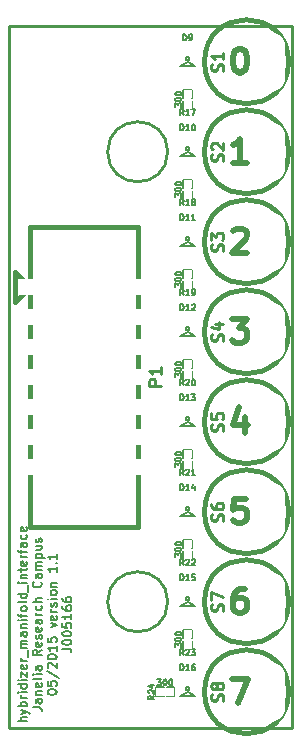
<source format=gto>
G04 #@! TF.FileFunction,Legend,Top*
%FSLAX46Y46*%
G04 Gerber Fmt 4.6, Leading zero omitted, Abs format (unit mm)*
G04 Created by KiCad (PCBNEW 0.201505120158+5650~23~ubuntu14.04.1-product) date Thu 14 May 2015 12:47:03 PM EDT*
%MOMM*%
G01*
G04 APERTURE LIST*
%ADD10C,0.100000*%
%ADD11C,0.228600*%
%ADD12C,0.190500*%
%ADD13C,0.508000*%
%ADD14C,0.381000*%
%ADD15C,0.127000*%
%ADD16C,0.254000*%
%ADD17C,2.438400*%
%ADD18R,4.895800X1.416000*%
%ADD19C,3.048000*%
%ADD20R,0.721360X0.721360*%
%ADD21R,1.295400X1.295400*%
G04 APERTURE END LIST*
D10*
D11*
X25400000Y-84836000D02*
X49364900Y-84836000D01*
X49364900Y-25400000D02*
X49364900Y-84836000D01*
X25400000Y-25400000D02*
X25400000Y-84836000D01*
X25400000Y-25400000D02*
X49364900Y-25400000D01*
D12*
X26951214Y-84273572D02*
X26189214Y-84273572D01*
X26951214Y-83947001D02*
X26552071Y-83947001D01*
X26479500Y-83983287D01*
X26443214Y-84055858D01*
X26443214Y-84164715D01*
X26479500Y-84237287D01*
X26515786Y-84273572D01*
X26443214Y-83656715D02*
X26951214Y-83475286D01*
X26443214Y-83293858D02*
X26951214Y-83475286D01*
X27132643Y-83547858D01*
X27168929Y-83584143D01*
X27205214Y-83656715D01*
X26951214Y-83003572D02*
X26189214Y-83003572D01*
X26479500Y-83003572D02*
X26443214Y-82931001D01*
X26443214Y-82785858D01*
X26479500Y-82713287D01*
X26515786Y-82677001D01*
X26588357Y-82640715D01*
X26806071Y-82640715D01*
X26878643Y-82677001D01*
X26914929Y-82713287D01*
X26951214Y-82785858D01*
X26951214Y-82931001D01*
X26914929Y-83003572D01*
X26951214Y-82314143D02*
X26443214Y-82314143D01*
X26588357Y-82314143D02*
X26515786Y-82277858D01*
X26479500Y-82241572D01*
X26443214Y-82169001D01*
X26443214Y-82096429D01*
X26951214Y-81842429D02*
X26443214Y-81842429D01*
X26189214Y-81842429D02*
X26225500Y-81878715D01*
X26261786Y-81842429D01*
X26225500Y-81806144D01*
X26189214Y-81842429D01*
X26261786Y-81842429D01*
X26951214Y-81153001D02*
X26189214Y-81153001D01*
X26914929Y-81153001D02*
X26951214Y-81225572D01*
X26951214Y-81370715D01*
X26914929Y-81443287D01*
X26878643Y-81479572D01*
X26806071Y-81515858D01*
X26588357Y-81515858D01*
X26515786Y-81479572D01*
X26479500Y-81443287D01*
X26443214Y-81370715D01*
X26443214Y-81225572D01*
X26479500Y-81153001D01*
X26951214Y-80790143D02*
X26443214Y-80790143D01*
X26189214Y-80790143D02*
X26225500Y-80826429D01*
X26261786Y-80790143D01*
X26225500Y-80753858D01*
X26189214Y-80790143D01*
X26261786Y-80790143D01*
X26443214Y-80499858D02*
X26443214Y-80100715D01*
X26951214Y-80499858D01*
X26951214Y-80100715D01*
X26914929Y-79520144D02*
X26951214Y-79592715D01*
X26951214Y-79737858D01*
X26914929Y-79810429D01*
X26842357Y-79846715D01*
X26552071Y-79846715D01*
X26479500Y-79810429D01*
X26443214Y-79737858D01*
X26443214Y-79592715D01*
X26479500Y-79520144D01*
X26552071Y-79483858D01*
X26624643Y-79483858D01*
X26697214Y-79846715D01*
X26951214Y-79157286D02*
X26443214Y-79157286D01*
X26588357Y-79157286D02*
X26515786Y-79121001D01*
X26479500Y-79084715D01*
X26443214Y-79012144D01*
X26443214Y-78939572D01*
X27023786Y-78867001D02*
X27023786Y-78286430D01*
X26951214Y-78105001D02*
X26443214Y-78105001D01*
X26515786Y-78105001D02*
X26479500Y-78068716D01*
X26443214Y-77996144D01*
X26443214Y-77887287D01*
X26479500Y-77814716D01*
X26552071Y-77778430D01*
X26951214Y-77778430D01*
X26552071Y-77778430D02*
X26479500Y-77742144D01*
X26443214Y-77669573D01*
X26443214Y-77560716D01*
X26479500Y-77488144D01*
X26552071Y-77451859D01*
X26951214Y-77451859D01*
X26951214Y-76762430D02*
X26552071Y-76762430D01*
X26479500Y-76798716D01*
X26443214Y-76871287D01*
X26443214Y-77016430D01*
X26479500Y-77089001D01*
X26914929Y-76762430D02*
X26951214Y-76835001D01*
X26951214Y-77016430D01*
X26914929Y-77089001D01*
X26842357Y-77125287D01*
X26769786Y-77125287D01*
X26697214Y-77089001D01*
X26660929Y-77016430D01*
X26660929Y-76835001D01*
X26624643Y-76762430D01*
X26443214Y-76399572D02*
X26951214Y-76399572D01*
X26515786Y-76399572D02*
X26479500Y-76363287D01*
X26443214Y-76290715D01*
X26443214Y-76181858D01*
X26479500Y-76109287D01*
X26552071Y-76073001D01*
X26951214Y-76073001D01*
X26951214Y-75710143D02*
X26443214Y-75710143D01*
X26189214Y-75710143D02*
X26225500Y-75746429D01*
X26261786Y-75710143D01*
X26225500Y-75673858D01*
X26189214Y-75710143D01*
X26261786Y-75710143D01*
X26443214Y-75456144D02*
X26443214Y-75165858D01*
X26951214Y-75347286D02*
X26298071Y-75347286D01*
X26225500Y-75311001D01*
X26189214Y-75238429D01*
X26189214Y-75165858D01*
X26951214Y-74803000D02*
X26914929Y-74875572D01*
X26878643Y-74911857D01*
X26806071Y-74948143D01*
X26588357Y-74948143D01*
X26515786Y-74911857D01*
X26479500Y-74875572D01*
X26443214Y-74803000D01*
X26443214Y-74694143D01*
X26479500Y-74621572D01*
X26515786Y-74585286D01*
X26588357Y-74549000D01*
X26806071Y-74549000D01*
X26878643Y-74585286D01*
X26914929Y-74621572D01*
X26951214Y-74694143D01*
X26951214Y-74803000D01*
X26951214Y-74113571D02*
X26914929Y-74186143D01*
X26842357Y-74222428D01*
X26189214Y-74222428D01*
X26951214Y-73496714D02*
X26189214Y-73496714D01*
X26914929Y-73496714D02*
X26951214Y-73569285D01*
X26951214Y-73714428D01*
X26914929Y-73787000D01*
X26878643Y-73823285D01*
X26806071Y-73859571D01*
X26588357Y-73859571D01*
X26515786Y-73823285D01*
X26479500Y-73787000D01*
X26443214Y-73714428D01*
X26443214Y-73569285D01*
X26479500Y-73496714D01*
X27023786Y-73315285D02*
X27023786Y-72734714D01*
X26951214Y-72553285D02*
X26443214Y-72553285D01*
X26189214Y-72553285D02*
X26225500Y-72589571D01*
X26261786Y-72553285D01*
X26225500Y-72517000D01*
X26189214Y-72553285D01*
X26261786Y-72553285D01*
X26443214Y-72190428D02*
X26951214Y-72190428D01*
X26515786Y-72190428D02*
X26479500Y-72154143D01*
X26443214Y-72081571D01*
X26443214Y-71972714D01*
X26479500Y-71900143D01*
X26552071Y-71863857D01*
X26951214Y-71863857D01*
X26443214Y-71609857D02*
X26443214Y-71319571D01*
X26189214Y-71500999D02*
X26842357Y-71500999D01*
X26914929Y-71464714D01*
X26951214Y-71392142D01*
X26951214Y-71319571D01*
X26914929Y-70775285D02*
X26951214Y-70847856D01*
X26951214Y-70992999D01*
X26914929Y-71065570D01*
X26842357Y-71101856D01*
X26552071Y-71101856D01*
X26479500Y-71065570D01*
X26443214Y-70992999D01*
X26443214Y-70847856D01*
X26479500Y-70775285D01*
X26552071Y-70738999D01*
X26624643Y-70738999D01*
X26697214Y-71101856D01*
X26951214Y-70412427D02*
X26443214Y-70412427D01*
X26588357Y-70412427D02*
X26515786Y-70376142D01*
X26479500Y-70339856D01*
X26443214Y-70267285D01*
X26443214Y-70194713D01*
X26443214Y-70049571D02*
X26443214Y-69759285D01*
X26951214Y-69940713D02*
X26298071Y-69940713D01*
X26225500Y-69904428D01*
X26189214Y-69831856D01*
X26189214Y-69759285D01*
X26951214Y-69178713D02*
X26552071Y-69178713D01*
X26479500Y-69214999D01*
X26443214Y-69287570D01*
X26443214Y-69432713D01*
X26479500Y-69505284D01*
X26914929Y-69178713D02*
X26951214Y-69251284D01*
X26951214Y-69432713D01*
X26914929Y-69505284D01*
X26842357Y-69541570D01*
X26769786Y-69541570D01*
X26697214Y-69505284D01*
X26660929Y-69432713D01*
X26660929Y-69251284D01*
X26624643Y-69178713D01*
X26914929Y-68489284D02*
X26951214Y-68561855D01*
X26951214Y-68706998D01*
X26914929Y-68779570D01*
X26878643Y-68815855D01*
X26806071Y-68852141D01*
X26588357Y-68852141D01*
X26515786Y-68815855D01*
X26479500Y-68779570D01*
X26443214Y-68706998D01*
X26443214Y-68561855D01*
X26479500Y-68489284D01*
X26914929Y-67872427D02*
X26951214Y-67944998D01*
X26951214Y-68090141D01*
X26914929Y-68162712D01*
X26842357Y-68198998D01*
X26552071Y-68198998D01*
X26479500Y-68162712D01*
X26443214Y-68090141D01*
X26443214Y-67944998D01*
X26479500Y-67872427D01*
X26552071Y-67836141D01*
X26624643Y-67836141D01*
X26697214Y-68198998D01*
X27446514Y-83112429D02*
X27990800Y-83112429D01*
X28099657Y-83148715D01*
X28172229Y-83221286D01*
X28208514Y-83330143D01*
X28208514Y-83402715D01*
X28208514Y-82423001D02*
X27809371Y-82423001D01*
X27736800Y-82459287D01*
X27700514Y-82531858D01*
X27700514Y-82677001D01*
X27736800Y-82749572D01*
X28172229Y-82423001D02*
X28208514Y-82495572D01*
X28208514Y-82677001D01*
X28172229Y-82749572D01*
X28099657Y-82785858D01*
X28027086Y-82785858D01*
X27954514Y-82749572D01*
X27918229Y-82677001D01*
X27918229Y-82495572D01*
X27881943Y-82423001D01*
X27700514Y-82060143D02*
X28208514Y-82060143D01*
X27773086Y-82060143D02*
X27736800Y-82023858D01*
X27700514Y-81951286D01*
X27700514Y-81842429D01*
X27736800Y-81769858D01*
X27809371Y-81733572D01*
X28208514Y-81733572D01*
X28172229Y-81080429D02*
X28208514Y-81153000D01*
X28208514Y-81298143D01*
X28172229Y-81370714D01*
X28099657Y-81407000D01*
X27809371Y-81407000D01*
X27736800Y-81370714D01*
X27700514Y-81298143D01*
X27700514Y-81153000D01*
X27736800Y-81080429D01*
X27809371Y-81044143D01*
X27881943Y-81044143D01*
X27954514Y-81407000D01*
X28208514Y-80608714D02*
X28172229Y-80681286D01*
X28099657Y-80717571D01*
X27446514Y-80717571D01*
X28208514Y-80318428D02*
X27700514Y-80318428D01*
X27446514Y-80318428D02*
X27482800Y-80354714D01*
X27519086Y-80318428D01*
X27482800Y-80282143D01*
X27446514Y-80318428D01*
X27519086Y-80318428D01*
X28208514Y-79629000D02*
X27809371Y-79629000D01*
X27736800Y-79665286D01*
X27700514Y-79737857D01*
X27700514Y-79883000D01*
X27736800Y-79955571D01*
X28172229Y-79629000D02*
X28208514Y-79701571D01*
X28208514Y-79883000D01*
X28172229Y-79955571D01*
X28099657Y-79991857D01*
X28027086Y-79991857D01*
X27954514Y-79955571D01*
X27918229Y-79883000D01*
X27918229Y-79701571D01*
X27881943Y-79629000D01*
X28208514Y-78250143D02*
X27845657Y-78504143D01*
X28208514Y-78685571D02*
X27446514Y-78685571D01*
X27446514Y-78395286D01*
X27482800Y-78322714D01*
X27519086Y-78286429D01*
X27591657Y-78250143D01*
X27700514Y-78250143D01*
X27773086Y-78286429D01*
X27809371Y-78322714D01*
X27845657Y-78395286D01*
X27845657Y-78685571D01*
X28172229Y-77633286D02*
X28208514Y-77705857D01*
X28208514Y-77851000D01*
X28172229Y-77923571D01*
X28099657Y-77959857D01*
X27809371Y-77959857D01*
X27736800Y-77923571D01*
X27700514Y-77851000D01*
X27700514Y-77705857D01*
X27736800Y-77633286D01*
X27809371Y-77597000D01*
X27881943Y-77597000D01*
X27954514Y-77959857D01*
X28172229Y-77306714D02*
X28208514Y-77234143D01*
X28208514Y-77089000D01*
X28172229Y-77016428D01*
X28099657Y-76980143D01*
X28063371Y-76980143D01*
X27990800Y-77016428D01*
X27954514Y-77089000D01*
X27954514Y-77197857D01*
X27918229Y-77270428D01*
X27845657Y-77306714D01*
X27809371Y-77306714D01*
X27736800Y-77270428D01*
X27700514Y-77197857D01*
X27700514Y-77089000D01*
X27736800Y-77016428D01*
X28172229Y-76363286D02*
X28208514Y-76435857D01*
X28208514Y-76581000D01*
X28172229Y-76653571D01*
X28099657Y-76689857D01*
X27809371Y-76689857D01*
X27736800Y-76653571D01*
X27700514Y-76581000D01*
X27700514Y-76435857D01*
X27736800Y-76363286D01*
X27809371Y-76327000D01*
X27881943Y-76327000D01*
X27954514Y-76689857D01*
X28208514Y-75673857D02*
X27809371Y-75673857D01*
X27736800Y-75710143D01*
X27700514Y-75782714D01*
X27700514Y-75927857D01*
X27736800Y-76000428D01*
X28172229Y-75673857D02*
X28208514Y-75746428D01*
X28208514Y-75927857D01*
X28172229Y-76000428D01*
X28099657Y-76036714D01*
X28027086Y-76036714D01*
X27954514Y-76000428D01*
X27918229Y-75927857D01*
X27918229Y-75746428D01*
X27881943Y-75673857D01*
X28208514Y-75310999D02*
X27700514Y-75310999D01*
X27845657Y-75310999D02*
X27773086Y-75274714D01*
X27736800Y-75238428D01*
X27700514Y-75165857D01*
X27700514Y-75093285D01*
X28172229Y-74512714D02*
X28208514Y-74585285D01*
X28208514Y-74730428D01*
X28172229Y-74803000D01*
X28135943Y-74839285D01*
X28063371Y-74875571D01*
X27845657Y-74875571D01*
X27773086Y-74839285D01*
X27736800Y-74803000D01*
X27700514Y-74730428D01*
X27700514Y-74585285D01*
X27736800Y-74512714D01*
X28208514Y-74186142D02*
X27446514Y-74186142D01*
X28208514Y-73859571D02*
X27809371Y-73859571D01*
X27736800Y-73895857D01*
X27700514Y-73968428D01*
X27700514Y-74077285D01*
X27736800Y-74149857D01*
X27773086Y-74186142D01*
X28135943Y-72480714D02*
X28172229Y-72517000D01*
X28208514Y-72625857D01*
X28208514Y-72698428D01*
X28172229Y-72807285D01*
X28099657Y-72879857D01*
X28027086Y-72916142D01*
X27881943Y-72952428D01*
X27773086Y-72952428D01*
X27627943Y-72916142D01*
X27555371Y-72879857D01*
X27482800Y-72807285D01*
X27446514Y-72698428D01*
X27446514Y-72625857D01*
X27482800Y-72517000D01*
X27519086Y-72480714D01*
X28208514Y-71827571D02*
X27809371Y-71827571D01*
X27736800Y-71863857D01*
X27700514Y-71936428D01*
X27700514Y-72081571D01*
X27736800Y-72154142D01*
X28172229Y-71827571D02*
X28208514Y-71900142D01*
X28208514Y-72081571D01*
X28172229Y-72154142D01*
X28099657Y-72190428D01*
X28027086Y-72190428D01*
X27954514Y-72154142D01*
X27918229Y-72081571D01*
X27918229Y-71900142D01*
X27881943Y-71827571D01*
X28208514Y-71464713D02*
X27700514Y-71464713D01*
X27773086Y-71464713D02*
X27736800Y-71428428D01*
X27700514Y-71355856D01*
X27700514Y-71246999D01*
X27736800Y-71174428D01*
X27809371Y-71138142D01*
X28208514Y-71138142D01*
X27809371Y-71138142D02*
X27736800Y-71101856D01*
X27700514Y-71029285D01*
X27700514Y-70920428D01*
X27736800Y-70847856D01*
X27809371Y-70811571D01*
X28208514Y-70811571D01*
X27700514Y-70448713D02*
X28462514Y-70448713D01*
X27736800Y-70448713D02*
X27700514Y-70376142D01*
X27700514Y-70230999D01*
X27736800Y-70158428D01*
X27773086Y-70122142D01*
X27845657Y-70085856D01*
X28063371Y-70085856D01*
X28135943Y-70122142D01*
X28172229Y-70158428D01*
X28208514Y-70230999D01*
X28208514Y-70376142D01*
X28172229Y-70448713D01*
X27700514Y-69432713D02*
X28208514Y-69432713D01*
X27700514Y-69759284D02*
X28099657Y-69759284D01*
X28172229Y-69722999D01*
X28208514Y-69650427D01*
X28208514Y-69541570D01*
X28172229Y-69468999D01*
X28135943Y-69432713D01*
X28172229Y-69106141D02*
X28208514Y-69033570D01*
X28208514Y-68888427D01*
X28172229Y-68815855D01*
X28099657Y-68779570D01*
X28063371Y-68779570D01*
X27990800Y-68815855D01*
X27954514Y-68888427D01*
X27954514Y-68997284D01*
X27918229Y-69069855D01*
X27845657Y-69106141D01*
X27809371Y-69106141D01*
X27736800Y-69069855D01*
X27700514Y-68997284D01*
X27700514Y-68888427D01*
X27736800Y-68815855D01*
X28703814Y-81842427D02*
X28703814Y-81769855D01*
X28740100Y-81697284D01*
X28776386Y-81660998D01*
X28848957Y-81624712D01*
X28994100Y-81588427D01*
X29175529Y-81588427D01*
X29320671Y-81624712D01*
X29393243Y-81660998D01*
X29429529Y-81697284D01*
X29465814Y-81769855D01*
X29465814Y-81842427D01*
X29429529Y-81914998D01*
X29393243Y-81951284D01*
X29320671Y-81987569D01*
X29175529Y-82023855D01*
X28994100Y-82023855D01*
X28848957Y-81987569D01*
X28776386Y-81951284D01*
X28740100Y-81914998D01*
X28703814Y-81842427D01*
X28703814Y-80898998D02*
X28703814Y-81261855D01*
X29066671Y-81298141D01*
X29030386Y-81261855D01*
X28994100Y-81189284D01*
X28994100Y-81007855D01*
X29030386Y-80935284D01*
X29066671Y-80898998D01*
X29139243Y-80862713D01*
X29320671Y-80862713D01*
X29393243Y-80898998D01*
X29429529Y-80935284D01*
X29465814Y-81007855D01*
X29465814Y-81189284D01*
X29429529Y-81261855D01*
X29393243Y-81298141D01*
X28667529Y-79991856D02*
X29647243Y-80644999D01*
X28776386Y-79774141D02*
X28740100Y-79737855D01*
X28703814Y-79665284D01*
X28703814Y-79483855D01*
X28740100Y-79411284D01*
X28776386Y-79374998D01*
X28848957Y-79338713D01*
X28921529Y-79338713D01*
X29030386Y-79374998D01*
X29465814Y-79810427D01*
X29465814Y-79338713D01*
X28703814Y-78866999D02*
X28703814Y-78794427D01*
X28740100Y-78721856D01*
X28776386Y-78685570D01*
X28848957Y-78649284D01*
X28994100Y-78612999D01*
X29175529Y-78612999D01*
X29320671Y-78649284D01*
X29393243Y-78685570D01*
X29429529Y-78721856D01*
X29465814Y-78794427D01*
X29465814Y-78866999D01*
X29429529Y-78939570D01*
X29393243Y-78975856D01*
X29320671Y-79012141D01*
X29175529Y-79048427D01*
X28994100Y-79048427D01*
X28848957Y-79012141D01*
X28776386Y-78975856D01*
X28740100Y-78939570D01*
X28703814Y-78866999D01*
X29465814Y-77887285D02*
X29465814Y-78322713D01*
X29465814Y-78104999D02*
X28703814Y-78104999D01*
X28812671Y-78177570D01*
X28885243Y-78250142D01*
X28921529Y-78322713D01*
X28703814Y-77197856D02*
X28703814Y-77560713D01*
X29066671Y-77596999D01*
X29030386Y-77560713D01*
X28994100Y-77488142D01*
X28994100Y-77306713D01*
X29030386Y-77234142D01*
X29066671Y-77197856D01*
X29139243Y-77161571D01*
X29320671Y-77161571D01*
X29393243Y-77197856D01*
X29429529Y-77234142D01*
X29465814Y-77306713D01*
X29465814Y-77488142D01*
X29429529Y-77560713D01*
X29393243Y-77596999D01*
X28957814Y-76327000D02*
X29465814Y-76145571D01*
X28957814Y-75964143D01*
X29429529Y-75383572D02*
X29465814Y-75456143D01*
X29465814Y-75601286D01*
X29429529Y-75673857D01*
X29356957Y-75710143D01*
X29066671Y-75710143D01*
X28994100Y-75673857D01*
X28957814Y-75601286D01*
X28957814Y-75456143D01*
X28994100Y-75383572D01*
X29066671Y-75347286D01*
X29139243Y-75347286D01*
X29211814Y-75710143D01*
X29465814Y-75020714D02*
X28957814Y-75020714D01*
X29102957Y-75020714D02*
X29030386Y-74984429D01*
X28994100Y-74948143D01*
X28957814Y-74875572D01*
X28957814Y-74803000D01*
X29429529Y-74585286D02*
X29465814Y-74512715D01*
X29465814Y-74367572D01*
X29429529Y-74295000D01*
X29356957Y-74258715D01*
X29320671Y-74258715D01*
X29248100Y-74295000D01*
X29211814Y-74367572D01*
X29211814Y-74476429D01*
X29175529Y-74549000D01*
X29102957Y-74585286D01*
X29066671Y-74585286D01*
X28994100Y-74549000D01*
X28957814Y-74476429D01*
X28957814Y-74367572D01*
X28994100Y-74295000D01*
X29465814Y-73932143D02*
X28957814Y-73932143D01*
X28703814Y-73932143D02*
X28740100Y-73968429D01*
X28776386Y-73932143D01*
X28740100Y-73895858D01*
X28703814Y-73932143D01*
X28776386Y-73932143D01*
X29465814Y-73460429D02*
X29429529Y-73533001D01*
X29393243Y-73569286D01*
X29320671Y-73605572D01*
X29102957Y-73605572D01*
X29030386Y-73569286D01*
X28994100Y-73533001D01*
X28957814Y-73460429D01*
X28957814Y-73351572D01*
X28994100Y-73279001D01*
X29030386Y-73242715D01*
X29102957Y-73206429D01*
X29320671Y-73206429D01*
X29393243Y-73242715D01*
X29429529Y-73279001D01*
X29465814Y-73351572D01*
X29465814Y-73460429D01*
X28957814Y-72879857D02*
X29465814Y-72879857D01*
X29030386Y-72879857D02*
X28994100Y-72843572D01*
X28957814Y-72771000D01*
X28957814Y-72662143D01*
X28994100Y-72589572D01*
X29066671Y-72553286D01*
X29465814Y-72553286D01*
X29465814Y-71210715D02*
X29465814Y-71646143D01*
X29465814Y-71428429D02*
X28703814Y-71428429D01*
X28812671Y-71501000D01*
X28885243Y-71573572D01*
X28921529Y-71646143D01*
X29393243Y-70884143D02*
X29429529Y-70847858D01*
X29465814Y-70884143D01*
X29429529Y-70920429D01*
X29393243Y-70884143D01*
X29465814Y-70884143D01*
X29465814Y-70122144D02*
X29465814Y-70557572D01*
X29465814Y-70339858D02*
X28703814Y-70339858D01*
X28812671Y-70412429D01*
X28885243Y-70485001D01*
X28921529Y-70557572D01*
X29961114Y-78141284D02*
X30505400Y-78141284D01*
X30614257Y-78177570D01*
X30686829Y-78250141D01*
X30723114Y-78358998D01*
X30723114Y-78431570D01*
X29961114Y-77633285D02*
X29961114Y-77560713D01*
X29997400Y-77488142D01*
X30033686Y-77451856D01*
X30106257Y-77415570D01*
X30251400Y-77379285D01*
X30432829Y-77379285D01*
X30577971Y-77415570D01*
X30650543Y-77451856D01*
X30686829Y-77488142D01*
X30723114Y-77560713D01*
X30723114Y-77633285D01*
X30686829Y-77705856D01*
X30650543Y-77742142D01*
X30577971Y-77778427D01*
X30432829Y-77814713D01*
X30251400Y-77814713D01*
X30106257Y-77778427D01*
X30033686Y-77742142D01*
X29997400Y-77705856D01*
X29961114Y-77633285D01*
X29961114Y-76907571D02*
X29961114Y-76834999D01*
X29997400Y-76762428D01*
X30033686Y-76726142D01*
X30106257Y-76689856D01*
X30251400Y-76653571D01*
X30432829Y-76653571D01*
X30577971Y-76689856D01*
X30650543Y-76726142D01*
X30686829Y-76762428D01*
X30723114Y-76834999D01*
X30723114Y-76907571D01*
X30686829Y-76980142D01*
X30650543Y-77016428D01*
X30577971Y-77052713D01*
X30432829Y-77088999D01*
X30251400Y-77088999D01*
X30106257Y-77052713D01*
X30033686Y-77016428D01*
X29997400Y-76980142D01*
X29961114Y-76907571D01*
X29961114Y-75964142D02*
X29961114Y-76326999D01*
X30323971Y-76363285D01*
X30287686Y-76326999D01*
X30251400Y-76254428D01*
X30251400Y-76072999D01*
X30287686Y-76000428D01*
X30323971Y-75964142D01*
X30396543Y-75927857D01*
X30577971Y-75927857D01*
X30650543Y-75964142D01*
X30686829Y-76000428D01*
X30723114Y-76072999D01*
X30723114Y-76254428D01*
X30686829Y-76326999D01*
X30650543Y-76363285D01*
X30723114Y-75202143D02*
X30723114Y-75637571D01*
X30723114Y-75419857D02*
X29961114Y-75419857D01*
X30069971Y-75492428D01*
X30142543Y-75565000D01*
X30178829Y-75637571D01*
X29961114Y-74549000D02*
X29961114Y-74694143D01*
X29997400Y-74766714D01*
X30033686Y-74803000D01*
X30142543Y-74875571D01*
X30287686Y-74911857D01*
X30577971Y-74911857D01*
X30650543Y-74875571D01*
X30686829Y-74839286D01*
X30723114Y-74766714D01*
X30723114Y-74621571D01*
X30686829Y-74549000D01*
X30650543Y-74512714D01*
X30577971Y-74476429D01*
X30396543Y-74476429D01*
X30323971Y-74512714D01*
X30287686Y-74549000D01*
X30251400Y-74621571D01*
X30251400Y-74766714D01*
X30287686Y-74839286D01*
X30323971Y-74875571D01*
X30396543Y-74911857D01*
X29961114Y-73823286D02*
X29961114Y-73968429D01*
X29997400Y-74041000D01*
X30033686Y-74077286D01*
X30142543Y-74149857D01*
X30287686Y-74186143D01*
X30577971Y-74186143D01*
X30650543Y-74149857D01*
X30686829Y-74113572D01*
X30723114Y-74041000D01*
X30723114Y-73895857D01*
X30686829Y-73823286D01*
X30650543Y-73787000D01*
X30577971Y-73750715D01*
X30396543Y-73750715D01*
X30323971Y-73787000D01*
X30287686Y-73823286D01*
X30251400Y-73895857D01*
X30251400Y-74041000D01*
X30287686Y-74113572D01*
X30323971Y-74149857D01*
X30396543Y-74186143D01*
D13*
X44325117Y-80675238D02*
X45679783Y-80675238D01*
X44808926Y-82707238D01*
X44905688Y-27335238D02*
X45099212Y-27335238D01*
X45292736Y-27432000D01*
X45389498Y-27528762D01*
X45486260Y-27722286D01*
X45583021Y-28109333D01*
X45583021Y-28593143D01*
X45486260Y-28980190D01*
X45389498Y-29173714D01*
X45292736Y-29270476D01*
X45099212Y-29367238D01*
X44905688Y-29367238D01*
X44712164Y-29270476D01*
X44615402Y-29173714D01*
X44518641Y-28980190D01*
X44421879Y-28593143D01*
X44421879Y-28109333D01*
X44518641Y-27722286D01*
X44615402Y-27528762D01*
X44712164Y-27432000D01*
X44905688Y-27335238D01*
X45389498Y-73055238D02*
X45002450Y-73055238D01*
X44808926Y-73152000D01*
X44712164Y-73248762D01*
X44518641Y-73539048D01*
X44421879Y-73926095D01*
X44421879Y-74700190D01*
X44518641Y-74893714D01*
X44615402Y-74990476D01*
X44808926Y-75087238D01*
X45195974Y-75087238D01*
X45389498Y-74990476D01*
X45486260Y-74893714D01*
X45583021Y-74700190D01*
X45583021Y-74216381D01*
X45486260Y-74022857D01*
X45389498Y-73926095D01*
X45195974Y-73829333D01*
X44808926Y-73829333D01*
X44615402Y-73926095D01*
X44518641Y-74022857D01*
X44421879Y-74216381D01*
X45486260Y-65435238D02*
X44518641Y-65435238D01*
X44421879Y-66402857D01*
X44518641Y-66306095D01*
X44712164Y-66209333D01*
X45195974Y-66209333D01*
X45389498Y-66306095D01*
X45486260Y-66402857D01*
X45583021Y-66596381D01*
X45583021Y-67080190D01*
X45486260Y-67273714D01*
X45389498Y-67370476D01*
X45195974Y-67467238D01*
X44712164Y-67467238D01*
X44518641Y-67370476D01*
X44421879Y-67273714D01*
X45389498Y-58492571D02*
X45389498Y-59847238D01*
X44905688Y-57718476D02*
X44421879Y-59169905D01*
X45679783Y-59169905D01*
X44325117Y-50195238D02*
X45583021Y-50195238D01*
X44905688Y-50969333D01*
X45195974Y-50969333D01*
X45389498Y-51066095D01*
X45486260Y-51162857D01*
X45583021Y-51356381D01*
X45583021Y-51840190D01*
X45486260Y-52033714D01*
X45389498Y-52130476D01*
X45195974Y-52227238D01*
X44615402Y-52227238D01*
X44421879Y-52130476D01*
X44325117Y-52033714D01*
X44421879Y-42768762D02*
X44518641Y-42672000D01*
X44712164Y-42575238D01*
X45195974Y-42575238D01*
X45389498Y-42672000D01*
X45486260Y-42768762D01*
X45583021Y-42962286D01*
X45583021Y-43155810D01*
X45486260Y-43446095D01*
X44325117Y-44607238D01*
X45583021Y-44607238D01*
X45583021Y-36987238D02*
X44421879Y-36987238D01*
X45002450Y-36987238D02*
X45002450Y-34955238D01*
X44808926Y-35245524D01*
X44615402Y-35439048D01*
X44421879Y-35535810D01*
D14*
X49110900Y-28448000D02*
G75*
G03X49110900Y-28448000I-3556000J0D01*
G01*
X49110900Y-36068000D02*
G75*
G03X49110900Y-36068000I-3556000J0D01*
G01*
X49110900Y-43688000D02*
G75*
G03X49110900Y-43688000I-3556000J0D01*
G01*
X49110900Y-51308000D02*
G75*
G03X49110900Y-51308000I-3556000J0D01*
G01*
X49110900Y-58928000D02*
G75*
G03X49110900Y-58928000I-3556000J0D01*
G01*
X49110900Y-66548000D02*
G75*
G03X49110900Y-66548000I-3556000J0D01*
G01*
X49110900Y-74168000D02*
G75*
G03X49110900Y-74168000I-3556000J0D01*
G01*
X49110900Y-81788000D02*
G75*
G03X49110900Y-81788000I-3556000J0D01*
G01*
X36322000Y-67818000D02*
X36322000Y-42418000D01*
X27178000Y-67818000D02*
X27178000Y-42418000D01*
X27178000Y-67818000D02*
X36322000Y-67818000D01*
X27178000Y-42418000D02*
X36322000Y-42418000D01*
X27178000Y-47498000D02*
X25908000Y-46228000D01*
X25908000Y-46228000D02*
X25908000Y-48768000D01*
X25908000Y-48768000D02*
X27178000Y-47498000D01*
D11*
X38874700Y-74168000D02*
G75*
G03X38874700Y-74168000I-2540000J0D01*
G01*
X38874700Y-36068000D02*
G75*
G03X38874700Y-36068000I-2540000J0D01*
G01*
D15*
X40176400Y-31750000D02*
X40176400Y-32385000D01*
X40176400Y-32385000D02*
X40938400Y-32385000D01*
X40938400Y-32385000D02*
X40938400Y-31750000D01*
X40176400Y-31496000D02*
X40176400Y-30861000D01*
X40176400Y-30861000D02*
X40938400Y-30861000D01*
X40938400Y-30861000D02*
X40938400Y-31496000D01*
X40176400Y-39370000D02*
X40176400Y-40005000D01*
X40176400Y-40005000D02*
X40938400Y-40005000D01*
X40938400Y-40005000D02*
X40938400Y-39370000D01*
X40176400Y-39116000D02*
X40176400Y-38481000D01*
X40176400Y-38481000D02*
X40938400Y-38481000D01*
X40938400Y-38481000D02*
X40938400Y-39116000D01*
X40176400Y-46990000D02*
X40176400Y-47625000D01*
X40176400Y-47625000D02*
X40938400Y-47625000D01*
X40938400Y-47625000D02*
X40938400Y-46990000D01*
X40176400Y-46736000D02*
X40176400Y-46101000D01*
X40176400Y-46101000D02*
X40938400Y-46101000D01*
X40938400Y-46101000D02*
X40938400Y-46736000D01*
X40176400Y-54610000D02*
X40176400Y-55245000D01*
X40176400Y-55245000D02*
X40938400Y-55245000D01*
X40938400Y-55245000D02*
X40938400Y-54610000D01*
X40176400Y-54356000D02*
X40176400Y-53721000D01*
X40176400Y-53721000D02*
X40938400Y-53721000D01*
X40938400Y-53721000D02*
X40938400Y-54356000D01*
X40176400Y-62230000D02*
X40176400Y-62865000D01*
X40176400Y-62865000D02*
X40938400Y-62865000D01*
X40938400Y-62865000D02*
X40938400Y-62230000D01*
X40176400Y-61976000D02*
X40176400Y-61341000D01*
X40176400Y-61341000D02*
X40938400Y-61341000D01*
X40938400Y-61341000D02*
X40938400Y-61976000D01*
X40176400Y-69850000D02*
X40176400Y-70485000D01*
X40176400Y-70485000D02*
X40938400Y-70485000D01*
X40938400Y-70485000D02*
X40938400Y-69850000D01*
X40176400Y-69596000D02*
X40176400Y-68961000D01*
X40176400Y-68961000D02*
X40938400Y-68961000D01*
X40938400Y-68961000D02*
X40938400Y-69596000D01*
X40176400Y-77470000D02*
X40176400Y-78105000D01*
X40176400Y-78105000D02*
X40938400Y-78105000D01*
X40938400Y-78105000D02*
X40938400Y-77470000D01*
X40176400Y-77216000D02*
X40176400Y-76581000D01*
X40176400Y-76581000D02*
X40938400Y-76581000D01*
X40938400Y-76581000D02*
X40938400Y-77216000D01*
X38525400Y-81407000D02*
X37890400Y-81407000D01*
X37890400Y-81407000D02*
X37890400Y-82169000D01*
X37890400Y-82169000D02*
X38525400Y-82169000D01*
X38779400Y-81407000D02*
X39414400Y-81407000D01*
X39414400Y-81407000D02*
X39414400Y-82169000D01*
X39414400Y-82169000D02*
X38779400Y-82169000D01*
X39922400Y-28829000D02*
X40557400Y-28448000D01*
X40557400Y-28448000D02*
X41192400Y-28829000D01*
X39922400Y-28829000D02*
X41192400Y-28829000D01*
X40430400Y-28321000D02*
X40684400Y-28321000D01*
X40684400Y-28321000D02*
X40684400Y-28067000D01*
X40684400Y-28067000D02*
X40430400Y-28067000D01*
X40430400Y-28067000D02*
X40430400Y-28321000D01*
X39922400Y-36449000D02*
X40557400Y-36068000D01*
X40557400Y-36068000D02*
X41192400Y-36449000D01*
X39922400Y-36449000D02*
X41192400Y-36449000D01*
X40430400Y-35941000D02*
X40684400Y-35941000D01*
X40684400Y-35941000D02*
X40684400Y-35687000D01*
X40684400Y-35687000D02*
X40430400Y-35687000D01*
X40430400Y-35687000D02*
X40430400Y-35941000D01*
X39922400Y-44069000D02*
X40557400Y-43688000D01*
X40557400Y-43688000D02*
X41192400Y-44069000D01*
X39922400Y-44069000D02*
X41192400Y-44069000D01*
X40430400Y-43561000D02*
X40684400Y-43561000D01*
X40684400Y-43561000D02*
X40684400Y-43307000D01*
X40684400Y-43307000D02*
X40430400Y-43307000D01*
X40430400Y-43307000D02*
X40430400Y-43561000D01*
X39922400Y-51689000D02*
X40557400Y-51308000D01*
X40557400Y-51308000D02*
X41192400Y-51689000D01*
X39922400Y-51689000D02*
X41192400Y-51689000D01*
X40430400Y-51181000D02*
X40684400Y-51181000D01*
X40684400Y-51181000D02*
X40684400Y-50927000D01*
X40684400Y-50927000D02*
X40430400Y-50927000D01*
X40430400Y-50927000D02*
X40430400Y-51181000D01*
X39922400Y-59309000D02*
X40557400Y-58928000D01*
X40557400Y-58928000D02*
X41192400Y-59309000D01*
X39922400Y-59309000D02*
X41192400Y-59309000D01*
X40430400Y-58801000D02*
X40684400Y-58801000D01*
X40684400Y-58801000D02*
X40684400Y-58547000D01*
X40684400Y-58547000D02*
X40430400Y-58547000D01*
X40430400Y-58547000D02*
X40430400Y-58801000D01*
X39922400Y-66929000D02*
X40557400Y-66548000D01*
X40557400Y-66548000D02*
X41192400Y-66929000D01*
X39922400Y-66929000D02*
X41192400Y-66929000D01*
X40430400Y-66421000D02*
X40684400Y-66421000D01*
X40684400Y-66421000D02*
X40684400Y-66167000D01*
X40684400Y-66167000D02*
X40430400Y-66167000D01*
X40430400Y-66167000D02*
X40430400Y-66421000D01*
X39922400Y-74549000D02*
X40557400Y-74168000D01*
X40557400Y-74168000D02*
X41192400Y-74549000D01*
X39922400Y-74549000D02*
X41192400Y-74549000D01*
X40430400Y-74041000D02*
X40684400Y-74041000D01*
X40684400Y-74041000D02*
X40684400Y-73787000D01*
X40684400Y-73787000D02*
X40430400Y-73787000D01*
X40430400Y-73787000D02*
X40430400Y-74041000D01*
X39922400Y-82169000D02*
X40557400Y-81788000D01*
X40557400Y-81788000D02*
X41192400Y-82169000D01*
X39922400Y-82169000D02*
X41192400Y-82169000D01*
X40430400Y-81661000D02*
X40684400Y-81661000D01*
X40684400Y-81661000D02*
X40684400Y-81407000D01*
X40684400Y-81407000D02*
X40430400Y-81407000D01*
X40430400Y-81407000D02*
X40430400Y-81661000D01*
D16*
X43553138Y-29222095D02*
X43601519Y-29076952D01*
X43601519Y-28835048D01*
X43553138Y-28738286D01*
X43504757Y-28689905D01*
X43407995Y-28641524D01*
X43311233Y-28641524D01*
X43214471Y-28689905D01*
X43166090Y-28738286D01*
X43117710Y-28835048D01*
X43069329Y-29028571D01*
X43020948Y-29125333D01*
X42972567Y-29173714D01*
X42875805Y-29222095D01*
X42779043Y-29222095D01*
X42682281Y-29173714D01*
X42633900Y-29125333D01*
X42585519Y-29028571D01*
X42585519Y-28786667D01*
X42633900Y-28641524D01*
X43601519Y-27673905D02*
X43601519Y-28254476D01*
X43601519Y-27964190D02*
X42585519Y-27964190D01*
X42730662Y-28060952D01*
X42827424Y-28157714D01*
X42875805Y-28254476D01*
X43553138Y-36842095D02*
X43601519Y-36696952D01*
X43601519Y-36455048D01*
X43553138Y-36358286D01*
X43504757Y-36309905D01*
X43407995Y-36261524D01*
X43311233Y-36261524D01*
X43214471Y-36309905D01*
X43166090Y-36358286D01*
X43117710Y-36455048D01*
X43069329Y-36648571D01*
X43020948Y-36745333D01*
X42972567Y-36793714D01*
X42875805Y-36842095D01*
X42779043Y-36842095D01*
X42682281Y-36793714D01*
X42633900Y-36745333D01*
X42585519Y-36648571D01*
X42585519Y-36406667D01*
X42633900Y-36261524D01*
X42682281Y-35874476D02*
X42633900Y-35826095D01*
X42585519Y-35729333D01*
X42585519Y-35487429D01*
X42633900Y-35390667D01*
X42682281Y-35342286D01*
X42779043Y-35293905D01*
X42875805Y-35293905D01*
X43020948Y-35342286D01*
X43601519Y-35922857D01*
X43601519Y-35293905D01*
X43553138Y-44462095D02*
X43601519Y-44316952D01*
X43601519Y-44075048D01*
X43553138Y-43978286D01*
X43504757Y-43929905D01*
X43407995Y-43881524D01*
X43311233Y-43881524D01*
X43214471Y-43929905D01*
X43166090Y-43978286D01*
X43117710Y-44075048D01*
X43069329Y-44268571D01*
X43020948Y-44365333D01*
X42972567Y-44413714D01*
X42875805Y-44462095D01*
X42779043Y-44462095D01*
X42682281Y-44413714D01*
X42633900Y-44365333D01*
X42585519Y-44268571D01*
X42585519Y-44026667D01*
X42633900Y-43881524D01*
X42585519Y-43542857D02*
X42585519Y-42913905D01*
X42972567Y-43252571D01*
X42972567Y-43107429D01*
X43020948Y-43010667D01*
X43069329Y-42962286D01*
X43166090Y-42913905D01*
X43407995Y-42913905D01*
X43504757Y-42962286D01*
X43553138Y-43010667D01*
X43601519Y-43107429D01*
X43601519Y-43397714D01*
X43553138Y-43494476D01*
X43504757Y-43542857D01*
X43553138Y-52082095D02*
X43601519Y-51936952D01*
X43601519Y-51695048D01*
X43553138Y-51598286D01*
X43504757Y-51549905D01*
X43407995Y-51501524D01*
X43311233Y-51501524D01*
X43214471Y-51549905D01*
X43166090Y-51598286D01*
X43117710Y-51695048D01*
X43069329Y-51888571D01*
X43020948Y-51985333D01*
X42972567Y-52033714D01*
X42875805Y-52082095D01*
X42779043Y-52082095D01*
X42682281Y-52033714D01*
X42633900Y-51985333D01*
X42585519Y-51888571D01*
X42585519Y-51646667D01*
X42633900Y-51501524D01*
X42924186Y-50630667D02*
X43601519Y-50630667D01*
X42537138Y-50872571D02*
X43262852Y-51114476D01*
X43262852Y-50485524D01*
X43553138Y-59702095D02*
X43601519Y-59556952D01*
X43601519Y-59315048D01*
X43553138Y-59218286D01*
X43504757Y-59169905D01*
X43407995Y-59121524D01*
X43311233Y-59121524D01*
X43214471Y-59169905D01*
X43166090Y-59218286D01*
X43117710Y-59315048D01*
X43069329Y-59508571D01*
X43020948Y-59605333D01*
X42972567Y-59653714D01*
X42875805Y-59702095D01*
X42779043Y-59702095D01*
X42682281Y-59653714D01*
X42633900Y-59605333D01*
X42585519Y-59508571D01*
X42585519Y-59266667D01*
X42633900Y-59121524D01*
X42585519Y-58202286D02*
X42585519Y-58686095D01*
X43069329Y-58734476D01*
X43020948Y-58686095D01*
X42972567Y-58589333D01*
X42972567Y-58347429D01*
X43020948Y-58250667D01*
X43069329Y-58202286D01*
X43166090Y-58153905D01*
X43407995Y-58153905D01*
X43504757Y-58202286D01*
X43553138Y-58250667D01*
X43601519Y-58347429D01*
X43601519Y-58589333D01*
X43553138Y-58686095D01*
X43504757Y-58734476D01*
X43553138Y-67322095D02*
X43601519Y-67176952D01*
X43601519Y-66935048D01*
X43553138Y-66838286D01*
X43504757Y-66789905D01*
X43407995Y-66741524D01*
X43311233Y-66741524D01*
X43214471Y-66789905D01*
X43166090Y-66838286D01*
X43117710Y-66935048D01*
X43069329Y-67128571D01*
X43020948Y-67225333D01*
X42972567Y-67273714D01*
X42875805Y-67322095D01*
X42779043Y-67322095D01*
X42682281Y-67273714D01*
X42633900Y-67225333D01*
X42585519Y-67128571D01*
X42585519Y-66886667D01*
X42633900Y-66741524D01*
X42585519Y-65870667D02*
X42585519Y-66064190D01*
X42633900Y-66160952D01*
X42682281Y-66209333D01*
X42827424Y-66306095D01*
X43020948Y-66354476D01*
X43407995Y-66354476D01*
X43504757Y-66306095D01*
X43553138Y-66257714D01*
X43601519Y-66160952D01*
X43601519Y-65967429D01*
X43553138Y-65870667D01*
X43504757Y-65822286D01*
X43407995Y-65773905D01*
X43166090Y-65773905D01*
X43069329Y-65822286D01*
X43020948Y-65870667D01*
X42972567Y-65967429D01*
X42972567Y-66160952D01*
X43020948Y-66257714D01*
X43069329Y-66306095D01*
X43166090Y-66354476D01*
X43553138Y-74942095D02*
X43601519Y-74796952D01*
X43601519Y-74555048D01*
X43553138Y-74458286D01*
X43504757Y-74409905D01*
X43407995Y-74361524D01*
X43311233Y-74361524D01*
X43214471Y-74409905D01*
X43166090Y-74458286D01*
X43117710Y-74555048D01*
X43069329Y-74748571D01*
X43020948Y-74845333D01*
X42972567Y-74893714D01*
X42875805Y-74942095D01*
X42779043Y-74942095D01*
X42682281Y-74893714D01*
X42633900Y-74845333D01*
X42585519Y-74748571D01*
X42585519Y-74506667D01*
X42633900Y-74361524D01*
X42585519Y-74022857D02*
X42585519Y-73345524D01*
X43601519Y-73780952D01*
X43553138Y-82562095D02*
X43601519Y-82416952D01*
X43601519Y-82175048D01*
X43553138Y-82078286D01*
X43504757Y-82029905D01*
X43407995Y-81981524D01*
X43311233Y-81981524D01*
X43214471Y-82029905D01*
X43166090Y-82078286D01*
X43117710Y-82175048D01*
X43069329Y-82368571D01*
X43020948Y-82465333D01*
X42972567Y-82513714D01*
X42875805Y-82562095D01*
X42779043Y-82562095D01*
X42682281Y-82513714D01*
X42633900Y-82465333D01*
X42585519Y-82368571D01*
X42585519Y-82126667D01*
X42633900Y-81981524D01*
X43020948Y-81400952D02*
X42972567Y-81497714D01*
X42924186Y-81546095D01*
X42827424Y-81594476D01*
X42779043Y-81594476D01*
X42682281Y-81546095D01*
X42633900Y-81497714D01*
X42585519Y-81400952D01*
X42585519Y-81207429D01*
X42633900Y-81110667D01*
X42682281Y-81062286D01*
X42779043Y-81013905D01*
X42827424Y-81013905D01*
X42924186Y-81062286D01*
X42972567Y-81110667D01*
X43020948Y-81207429D01*
X43020948Y-81400952D01*
X43069329Y-81497714D01*
X43117710Y-81546095D01*
X43214471Y-81594476D01*
X43407995Y-81594476D01*
X43504757Y-81546095D01*
X43553138Y-81497714D01*
X43601519Y-81400952D01*
X43601519Y-81207429D01*
X43553138Y-81110667D01*
X43504757Y-81062286D01*
X43407995Y-81013905D01*
X43214471Y-81013905D01*
X43117710Y-81062286D01*
X43069329Y-81110667D01*
X43020948Y-81207429D01*
X38305619Y-55867904D02*
X37289619Y-55867904D01*
X37289619Y-55480857D01*
X37338000Y-55384095D01*
X37386381Y-55335714D01*
X37483143Y-55287333D01*
X37628286Y-55287333D01*
X37725048Y-55335714D01*
X37773429Y-55384095D01*
X37821810Y-55480857D01*
X37821810Y-55867904D01*
X38305619Y-54319714D02*
X38305619Y-54900285D01*
X38305619Y-54609999D02*
X37289619Y-54609999D01*
X37434762Y-54706761D01*
X37531524Y-54803523D01*
X37579905Y-54900285D01*
D15*
X40230828Y-32995810D02*
X40061495Y-32753905D01*
X39940542Y-32995810D02*
X39940542Y-32487810D01*
X40134066Y-32487810D01*
X40182447Y-32512000D01*
X40206638Y-32536190D01*
X40230828Y-32584571D01*
X40230828Y-32657143D01*
X40206638Y-32705524D01*
X40182447Y-32729714D01*
X40134066Y-32753905D01*
X39940542Y-32753905D01*
X40714638Y-32995810D02*
X40424352Y-32995810D01*
X40569495Y-32995810D02*
X40569495Y-32487810D01*
X40521114Y-32560381D01*
X40472733Y-32608762D01*
X40424352Y-32632952D01*
X40883971Y-32487810D02*
X41222638Y-32487810D01*
X41004924Y-32995810D01*
X39517210Y-32276144D02*
X39517210Y-31961667D01*
X39710733Y-32131001D01*
X39710733Y-32058429D01*
X39734924Y-32010048D01*
X39759114Y-31985858D01*
X39807495Y-31961667D01*
X39928448Y-31961667D01*
X39976829Y-31985858D01*
X40001019Y-32010048D01*
X40025210Y-32058429D01*
X40025210Y-32203572D01*
X40001019Y-32251953D01*
X39976829Y-32276144D01*
X39517210Y-31647191D02*
X39517210Y-31598810D01*
X39541400Y-31550429D01*
X39565590Y-31526238D01*
X39613971Y-31502048D01*
X39710733Y-31477857D01*
X39831686Y-31477857D01*
X39928448Y-31502048D01*
X39976829Y-31526238D01*
X40001019Y-31550429D01*
X40025210Y-31598810D01*
X40025210Y-31647191D01*
X40001019Y-31695572D01*
X39976829Y-31719762D01*
X39928448Y-31743953D01*
X39831686Y-31768143D01*
X39710733Y-31768143D01*
X39613971Y-31743953D01*
X39565590Y-31719762D01*
X39541400Y-31695572D01*
X39517210Y-31647191D01*
X39517210Y-31163381D02*
X39517210Y-31115000D01*
X39541400Y-31066619D01*
X39565590Y-31042428D01*
X39613971Y-31018238D01*
X39710733Y-30994047D01*
X39831686Y-30994047D01*
X39928448Y-31018238D01*
X39976829Y-31042428D01*
X40001019Y-31066619D01*
X40025210Y-31115000D01*
X40025210Y-31163381D01*
X40001019Y-31211762D01*
X39976829Y-31235952D01*
X39928448Y-31260143D01*
X39831686Y-31284333D01*
X39710733Y-31284333D01*
X39613971Y-31260143D01*
X39565590Y-31235952D01*
X39541400Y-31211762D01*
X39517210Y-31163381D01*
X40230828Y-40615810D02*
X40061495Y-40373905D01*
X39940542Y-40615810D02*
X39940542Y-40107810D01*
X40134066Y-40107810D01*
X40182447Y-40132000D01*
X40206638Y-40156190D01*
X40230828Y-40204571D01*
X40230828Y-40277143D01*
X40206638Y-40325524D01*
X40182447Y-40349714D01*
X40134066Y-40373905D01*
X39940542Y-40373905D01*
X40714638Y-40615810D02*
X40424352Y-40615810D01*
X40569495Y-40615810D02*
X40569495Y-40107810D01*
X40521114Y-40180381D01*
X40472733Y-40228762D01*
X40424352Y-40252952D01*
X41004924Y-40325524D02*
X40956543Y-40301333D01*
X40932352Y-40277143D01*
X40908162Y-40228762D01*
X40908162Y-40204571D01*
X40932352Y-40156190D01*
X40956543Y-40132000D01*
X41004924Y-40107810D01*
X41101686Y-40107810D01*
X41150067Y-40132000D01*
X41174257Y-40156190D01*
X41198448Y-40204571D01*
X41198448Y-40228762D01*
X41174257Y-40277143D01*
X41150067Y-40301333D01*
X41101686Y-40325524D01*
X41004924Y-40325524D01*
X40956543Y-40349714D01*
X40932352Y-40373905D01*
X40908162Y-40422286D01*
X40908162Y-40519048D01*
X40932352Y-40567429D01*
X40956543Y-40591619D01*
X41004924Y-40615810D01*
X41101686Y-40615810D01*
X41150067Y-40591619D01*
X41174257Y-40567429D01*
X41198448Y-40519048D01*
X41198448Y-40422286D01*
X41174257Y-40373905D01*
X41150067Y-40349714D01*
X41101686Y-40325524D01*
X39517210Y-39896144D02*
X39517210Y-39581667D01*
X39710733Y-39751001D01*
X39710733Y-39678429D01*
X39734924Y-39630048D01*
X39759114Y-39605858D01*
X39807495Y-39581667D01*
X39928448Y-39581667D01*
X39976829Y-39605858D01*
X40001019Y-39630048D01*
X40025210Y-39678429D01*
X40025210Y-39823572D01*
X40001019Y-39871953D01*
X39976829Y-39896144D01*
X39517210Y-39267191D02*
X39517210Y-39218810D01*
X39541400Y-39170429D01*
X39565590Y-39146238D01*
X39613971Y-39122048D01*
X39710733Y-39097857D01*
X39831686Y-39097857D01*
X39928448Y-39122048D01*
X39976829Y-39146238D01*
X40001019Y-39170429D01*
X40025210Y-39218810D01*
X40025210Y-39267191D01*
X40001019Y-39315572D01*
X39976829Y-39339762D01*
X39928448Y-39363953D01*
X39831686Y-39388143D01*
X39710733Y-39388143D01*
X39613971Y-39363953D01*
X39565590Y-39339762D01*
X39541400Y-39315572D01*
X39517210Y-39267191D01*
X39517210Y-38783381D02*
X39517210Y-38735000D01*
X39541400Y-38686619D01*
X39565590Y-38662428D01*
X39613971Y-38638238D01*
X39710733Y-38614047D01*
X39831686Y-38614047D01*
X39928448Y-38638238D01*
X39976829Y-38662428D01*
X40001019Y-38686619D01*
X40025210Y-38735000D01*
X40025210Y-38783381D01*
X40001019Y-38831762D01*
X39976829Y-38855952D01*
X39928448Y-38880143D01*
X39831686Y-38904333D01*
X39710733Y-38904333D01*
X39613971Y-38880143D01*
X39565590Y-38855952D01*
X39541400Y-38831762D01*
X39517210Y-38783381D01*
X40230828Y-48235810D02*
X40061495Y-47993905D01*
X39940542Y-48235810D02*
X39940542Y-47727810D01*
X40134066Y-47727810D01*
X40182447Y-47752000D01*
X40206638Y-47776190D01*
X40230828Y-47824571D01*
X40230828Y-47897143D01*
X40206638Y-47945524D01*
X40182447Y-47969714D01*
X40134066Y-47993905D01*
X39940542Y-47993905D01*
X40714638Y-48235810D02*
X40424352Y-48235810D01*
X40569495Y-48235810D02*
X40569495Y-47727810D01*
X40521114Y-47800381D01*
X40472733Y-47848762D01*
X40424352Y-47872952D01*
X40956543Y-48235810D02*
X41053305Y-48235810D01*
X41101686Y-48211619D01*
X41125876Y-48187429D01*
X41174257Y-48114857D01*
X41198448Y-48018095D01*
X41198448Y-47824571D01*
X41174257Y-47776190D01*
X41150067Y-47752000D01*
X41101686Y-47727810D01*
X41004924Y-47727810D01*
X40956543Y-47752000D01*
X40932352Y-47776190D01*
X40908162Y-47824571D01*
X40908162Y-47945524D01*
X40932352Y-47993905D01*
X40956543Y-48018095D01*
X41004924Y-48042286D01*
X41101686Y-48042286D01*
X41150067Y-48018095D01*
X41174257Y-47993905D01*
X41198448Y-47945524D01*
X39517210Y-47516144D02*
X39517210Y-47201667D01*
X39710733Y-47371001D01*
X39710733Y-47298429D01*
X39734924Y-47250048D01*
X39759114Y-47225858D01*
X39807495Y-47201667D01*
X39928448Y-47201667D01*
X39976829Y-47225858D01*
X40001019Y-47250048D01*
X40025210Y-47298429D01*
X40025210Y-47443572D01*
X40001019Y-47491953D01*
X39976829Y-47516144D01*
X39517210Y-46887191D02*
X39517210Y-46838810D01*
X39541400Y-46790429D01*
X39565590Y-46766238D01*
X39613971Y-46742048D01*
X39710733Y-46717857D01*
X39831686Y-46717857D01*
X39928448Y-46742048D01*
X39976829Y-46766238D01*
X40001019Y-46790429D01*
X40025210Y-46838810D01*
X40025210Y-46887191D01*
X40001019Y-46935572D01*
X39976829Y-46959762D01*
X39928448Y-46983953D01*
X39831686Y-47008143D01*
X39710733Y-47008143D01*
X39613971Y-46983953D01*
X39565590Y-46959762D01*
X39541400Y-46935572D01*
X39517210Y-46887191D01*
X39517210Y-46403381D02*
X39517210Y-46355000D01*
X39541400Y-46306619D01*
X39565590Y-46282428D01*
X39613971Y-46258238D01*
X39710733Y-46234047D01*
X39831686Y-46234047D01*
X39928448Y-46258238D01*
X39976829Y-46282428D01*
X40001019Y-46306619D01*
X40025210Y-46355000D01*
X40025210Y-46403381D01*
X40001019Y-46451762D01*
X39976829Y-46475952D01*
X39928448Y-46500143D01*
X39831686Y-46524333D01*
X39710733Y-46524333D01*
X39613971Y-46500143D01*
X39565590Y-46475952D01*
X39541400Y-46451762D01*
X39517210Y-46403381D01*
X40230828Y-55855810D02*
X40061495Y-55613905D01*
X39940542Y-55855810D02*
X39940542Y-55347810D01*
X40134066Y-55347810D01*
X40182447Y-55372000D01*
X40206638Y-55396190D01*
X40230828Y-55444571D01*
X40230828Y-55517143D01*
X40206638Y-55565524D01*
X40182447Y-55589714D01*
X40134066Y-55613905D01*
X39940542Y-55613905D01*
X40424352Y-55396190D02*
X40448542Y-55372000D01*
X40496923Y-55347810D01*
X40617876Y-55347810D01*
X40666257Y-55372000D01*
X40690447Y-55396190D01*
X40714638Y-55444571D01*
X40714638Y-55492952D01*
X40690447Y-55565524D01*
X40400161Y-55855810D01*
X40714638Y-55855810D01*
X41029114Y-55347810D02*
X41077495Y-55347810D01*
X41125876Y-55372000D01*
X41150067Y-55396190D01*
X41174257Y-55444571D01*
X41198448Y-55541333D01*
X41198448Y-55662286D01*
X41174257Y-55759048D01*
X41150067Y-55807429D01*
X41125876Y-55831619D01*
X41077495Y-55855810D01*
X41029114Y-55855810D01*
X40980733Y-55831619D01*
X40956543Y-55807429D01*
X40932352Y-55759048D01*
X40908162Y-55662286D01*
X40908162Y-55541333D01*
X40932352Y-55444571D01*
X40956543Y-55396190D01*
X40980733Y-55372000D01*
X41029114Y-55347810D01*
X39517210Y-55136144D02*
X39517210Y-54821667D01*
X39710733Y-54991001D01*
X39710733Y-54918429D01*
X39734924Y-54870048D01*
X39759114Y-54845858D01*
X39807495Y-54821667D01*
X39928448Y-54821667D01*
X39976829Y-54845858D01*
X40001019Y-54870048D01*
X40025210Y-54918429D01*
X40025210Y-55063572D01*
X40001019Y-55111953D01*
X39976829Y-55136144D01*
X39517210Y-54507191D02*
X39517210Y-54458810D01*
X39541400Y-54410429D01*
X39565590Y-54386238D01*
X39613971Y-54362048D01*
X39710733Y-54337857D01*
X39831686Y-54337857D01*
X39928448Y-54362048D01*
X39976829Y-54386238D01*
X40001019Y-54410429D01*
X40025210Y-54458810D01*
X40025210Y-54507191D01*
X40001019Y-54555572D01*
X39976829Y-54579762D01*
X39928448Y-54603953D01*
X39831686Y-54628143D01*
X39710733Y-54628143D01*
X39613971Y-54603953D01*
X39565590Y-54579762D01*
X39541400Y-54555572D01*
X39517210Y-54507191D01*
X39517210Y-54023381D02*
X39517210Y-53975000D01*
X39541400Y-53926619D01*
X39565590Y-53902428D01*
X39613971Y-53878238D01*
X39710733Y-53854047D01*
X39831686Y-53854047D01*
X39928448Y-53878238D01*
X39976829Y-53902428D01*
X40001019Y-53926619D01*
X40025210Y-53975000D01*
X40025210Y-54023381D01*
X40001019Y-54071762D01*
X39976829Y-54095952D01*
X39928448Y-54120143D01*
X39831686Y-54144333D01*
X39710733Y-54144333D01*
X39613971Y-54120143D01*
X39565590Y-54095952D01*
X39541400Y-54071762D01*
X39517210Y-54023381D01*
X40230828Y-63475810D02*
X40061495Y-63233905D01*
X39940542Y-63475810D02*
X39940542Y-62967810D01*
X40134066Y-62967810D01*
X40182447Y-62992000D01*
X40206638Y-63016190D01*
X40230828Y-63064571D01*
X40230828Y-63137143D01*
X40206638Y-63185524D01*
X40182447Y-63209714D01*
X40134066Y-63233905D01*
X39940542Y-63233905D01*
X40424352Y-63016190D02*
X40448542Y-62992000D01*
X40496923Y-62967810D01*
X40617876Y-62967810D01*
X40666257Y-62992000D01*
X40690447Y-63016190D01*
X40714638Y-63064571D01*
X40714638Y-63112952D01*
X40690447Y-63185524D01*
X40400161Y-63475810D01*
X40714638Y-63475810D01*
X41198448Y-63475810D02*
X40908162Y-63475810D01*
X41053305Y-63475810D02*
X41053305Y-62967810D01*
X41004924Y-63040381D01*
X40956543Y-63088762D01*
X40908162Y-63112952D01*
X39517210Y-62756144D02*
X39517210Y-62441667D01*
X39710733Y-62611001D01*
X39710733Y-62538429D01*
X39734924Y-62490048D01*
X39759114Y-62465858D01*
X39807495Y-62441667D01*
X39928448Y-62441667D01*
X39976829Y-62465858D01*
X40001019Y-62490048D01*
X40025210Y-62538429D01*
X40025210Y-62683572D01*
X40001019Y-62731953D01*
X39976829Y-62756144D01*
X39517210Y-62127191D02*
X39517210Y-62078810D01*
X39541400Y-62030429D01*
X39565590Y-62006238D01*
X39613971Y-61982048D01*
X39710733Y-61957857D01*
X39831686Y-61957857D01*
X39928448Y-61982048D01*
X39976829Y-62006238D01*
X40001019Y-62030429D01*
X40025210Y-62078810D01*
X40025210Y-62127191D01*
X40001019Y-62175572D01*
X39976829Y-62199762D01*
X39928448Y-62223953D01*
X39831686Y-62248143D01*
X39710733Y-62248143D01*
X39613971Y-62223953D01*
X39565590Y-62199762D01*
X39541400Y-62175572D01*
X39517210Y-62127191D01*
X39517210Y-61643381D02*
X39517210Y-61595000D01*
X39541400Y-61546619D01*
X39565590Y-61522428D01*
X39613971Y-61498238D01*
X39710733Y-61474047D01*
X39831686Y-61474047D01*
X39928448Y-61498238D01*
X39976829Y-61522428D01*
X40001019Y-61546619D01*
X40025210Y-61595000D01*
X40025210Y-61643381D01*
X40001019Y-61691762D01*
X39976829Y-61715952D01*
X39928448Y-61740143D01*
X39831686Y-61764333D01*
X39710733Y-61764333D01*
X39613971Y-61740143D01*
X39565590Y-61715952D01*
X39541400Y-61691762D01*
X39517210Y-61643381D01*
X40230828Y-71095810D02*
X40061495Y-70853905D01*
X39940542Y-71095810D02*
X39940542Y-70587810D01*
X40134066Y-70587810D01*
X40182447Y-70612000D01*
X40206638Y-70636190D01*
X40230828Y-70684571D01*
X40230828Y-70757143D01*
X40206638Y-70805524D01*
X40182447Y-70829714D01*
X40134066Y-70853905D01*
X39940542Y-70853905D01*
X40424352Y-70636190D02*
X40448542Y-70612000D01*
X40496923Y-70587810D01*
X40617876Y-70587810D01*
X40666257Y-70612000D01*
X40690447Y-70636190D01*
X40714638Y-70684571D01*
X40714638Y-70732952D01*
X40690447Y-70805524D01*
X40400161Y-71095810D01*
X40714638Y-71095810D01*
X40908162Y-70636190D02*
X40932352Y-70612000D01*
X40980733Y-70587810D01*
X41101686Y-70587810D01*
X41150067Y-70612000D01*
X41174257Y-70636190D01*
X41198448Y-70684571D01*
X41198448Y-70732952D01*
X41174257Y-70805524D01*
X40883971Y-71095810D01*
X41198448Y-71095810D01*
X39517210Y-70376144D02*
X39517210Y-70061667D01*
X39710733Y-70231001D01*
X39710733Y-70158429D01*
X39734924Y-70110048D01*
X39759114Y-70085858D01*
X39807495Y-70061667D01*
X39928448Y-70061667D01*
X39976829Y-70085858D01*
X40001019Y-70110048D01*
X40025210Y-70158429D01*
X40025210Y-70303572D01*
X40001019Y-70351953D01*
X39976829Y-70376144D01*
X39517210Y-69747191D02*
X39517210Y-69698810D01*
X39541400Y-69650429D01*
X39565590Y-69626238D01*
X39613971Y-69602048D01*
X39710733Y-69577857D01*
X39831686Y-69577857D01*
X39928448Y-69602048D01*
X39976829Y-69626238D01*
X40001019Y-69650429D01*
X40025210Y-69698810D01*
X40025210Y-69747191D01*
X40001019Y-69795572D01*
X39976829Y-69819762D01*
X39928448Y-69843953D01*
X39831686Y-69868143D01*
X39710733Y-69868143D01*
X39613971Y-69843953D01*
X39565590Y-69819762D01*
X39541400Y-69795572D01*
X39517210Y-69747191D01*
X39517210Y-69263381D02*
X39517210Y-69215000D01*
X39541400Y-69166619D01*
X39565590Y-69142428D01*
X39613971Y-69118238D01*
X39710733Y-69094047D01*
X39831686Y-69094047D01*
X39928448Y-69118238D01*
X39976829Y-69142428D01*
X40001019Y-69166619D01*
X40025210Y-69215000D01*
X40025210Y-69263381D01*
X40001019Y-69311762D01*
X39976829Y-69335952D01*
X39928448Y-69360143D01*
X39831686Y-69384333D01*
X39710733Y-69384333D01*
X39613971Y-69360143D01*
X39565590Y-69335952D01*
X39541400Y-69311762D01*
X39517210Y-69263381D01*
X40230828Y-78715810D02*
X40061495Y-78473905D01*
X39940542Y-78715810D02*
X39940542Y-78207810D01*
X40134066Y-78207810D01*
X40182447Y-78232000D01*
X40206638Y-78256190D01*
X40230828Y-78304571D01*
X40230828Y-78377143D01*
X40206638Y-78425524D01*
X40182447Y-78449714D01*
X40134066Y-78473905D01*
X39940542Y-78473905D01*
X40424352Y-78256190D02*
X40448542Y-78232000D01*
X40496923Y-78207810D01*
X40617876Y-78207810D01*
X40666257Y-78232000D01*
X40690447Y-78256190D01*
X40714638Y-78304571D01*
X40714638Y-78352952D01*
X40690447Y-78425524D01*
X40400161Y-78715810D01*
X40714638Y-78715810D01*
X40883971Y-78207810D02*
X41198448Y-78207810D01*
X41029114Y-78401333D01*
X41101686Y-78401333D01*
X41150067Y-78425524D01*
X41174257Y-78449714D01*
X41198448Y-78498095D01*
X41198448Y-78619048D01*
X41174257Y-78667429D01*
X41150067Y-78691619D01*
X41101686Y-78715810D01*
X40956543Y-78715810D01*
X40908162Y-78691619D01*
X40883971Y-78667429D01*
X39517210Y-77996144D02*
X39517210Y-77681667D01*
X39710733Y-77851001D01*
X39710733Y-77778429D01*
X39734924Y-77730048D01*
X39759114Y-77705858D01*
X39807495Y-77681667D01*
X39928448Y-77681667D01*
X39976829Y-77705858D01*
X40001019Y-77730048D01*
X40025210Y-77778429D01*
X40025210Y-77923572D01*
X40001019Y-77971953D01*
X39976829Y-77996144D01*
X39517210Y-77367191D02*
X39517210Y-77318810D01*
X39541400Y-77270429D01*
X39565590Y-77246238D01*
X39613971Y-77222048D01*
X39710733Y-77197857D01*
X39831686Y-77197857D01*
X39928448Y-77222048D01*
X39976829Y-77246238D01*
X40001019Y-77270429D01*
X40025210Y-77318810D01*
X40025210Y-77367191D01*
X40001019Y-77415572D01*
X39976829Y-77439762D01*
X39928448Y-77463953D01*
X39831686Y-77488143D01*
X39710733Y-77488143D01*
X39613971Y-77463953D01*
X39565590Y-77439762D01*
X39541400Y-77415572D01*
X39517210Y-77367191D01*
X39517210Y-76883381D02*
X39517210Y-76835000D01*
X39541400Y-76786619D01*
X39565590Y-76762428D01*
X39613971Y-76738238D01*
X39710733Y-76714047D01*
X39831686Y-76714047D01*
X39928448Y-76738238D01*
X39976829Y-76762428D01*
X40001019Y-76786619D01*
X40025210Y-76835000D01*
X40025210Y-76883381D01*
X40001019Y-76931762D01*
X39976829Y-76955952D01*
X39928448Y-76980143D01*
X39831686Y-77004333D01*
X39710733Y-77004333D01*
X39613971Y-76980143D01*
X39565590Y-76955952D01*
X39541400Y-76931762D01*
X39517210Y-76883381D01*
X37739210Y-82114572D02*
X37497305Y-82283905D01*
X37739210Y-82404858D02*
X37231210Y-82404858D01*
X37231210Y-82211334D01*
X37255400Y-82162953D01*
X37279590Y-82138762D01*
X37327971Y-82114572D01*
X37400543Y-82114572D01*
X37448924Y-82138762D01*
X37473114Y-82162953D01*
X37497305Y-82211334D01*
X37497305Y-82404858D01*
X37279590Y-81921048D02*
X37255400Y-81896858D01*
X37231210Y-81848477D01*
X37231210Y-81727524D01*
X37255400Y-81679143D01*
X37279590Y-81654953D01*
X37327971Y-81630762D01*
X37376352Y-81630762D01*
X37448924Y-81654953D01*
X37739210Y-81945239D01*
X37739210Y-81630762D01*
X37400543Y-81195333D02*
X37739210Y-81195333D01*
X37207019Y-81316286D02*
X37569876Y-81437238D01*
X37569876Y-81122762D01*
X37999256Y-80747810D02*
X38313733Y-80747810D01*
X38144399Y-80941333D01*
X38216971Y-80941333D01*
X38265352Y-80965524D01*
X38289542Y-80989714D01*
X38313733Y-81038095D01*
X38313733Y-81159048D01*
X38289542Y-81207429D01*
X38265352Y-81231619D01*
X38216971Y-81255810D01*
X38071828Y-81255810D01*
X38023447Y-81231619D01*
X37999256Y-81207429D01*
X38628209Y-80747810D02*
X38676590Y-80747810D01*
X38724971Y-80772000D01*
X38749162Y-80796190D01*
X38773352Y-80844571D01*
X38797543Y-80941333D01*
X38797543Y-81062286D01*
X38773352Y-81159048D01*
X38749162Y-81207429D01*
X38724971Y-81231619D01*
X38676590Y-81255810D01*
X38628209Y-81255810D01*
X38579828Y-81231619D01*
X38555638Y-81207429D01*
X38531447Y-81159048D01*
X38507257Y-81062286D01*
X38507257Y-80941333D01*
X38531447Y-80844571D01*
X38555638Y-80796190D01*
X38579828Y-80772000D01*
X38628209Y-80747810D01*
X39112019Y-80747810D02*
X39160400Y-80747810D01*
X39208781Y-80772000D01*
X39232972Y-80796190D01*
X39257162Y-80844571D01*
X39281353Y-80941333D01*
X39281353Y-81062286D01*
X39257162Y-81159048D01*
X39232972Y-81207429D01*
X39208781Y-81231619D01*
X39160400Y-81255810D01*
X39112019Y-81255810D01*
X39063638Y-81231619D01*
X39039448Y-81207429D01*
X39015257Y-81159048D01*
X38991067Y-81062286D01*
X38991067Y-80941333D01*
X39015257Y-80844571D01*
X39039448Y-80796190D01*
X39063638Y-80772000D01*
X39112019Y-80747810D01*
X40182447Y-26645810D02*
X40182447Y-26137810D01*
X40303400Y-26137810D01*
X40375971Y-26162000D01*
X40424352Y-26210381D01*
X40448543Y-26258762D01*
X40472733Y-26355524D01*
X40472733Y-26428095D01*
X40448543Y-26524857D01*
X40424352Y-26573238D01*
X40375971Y-26621619D01*
X40303400Y-26645810D01*
X40182447Y-26645810D01*
X40714638Y-26645810D02*
X40811400Y-26645810D01*
X40859781Y-26621619D01*
X40883971Y-26597429D01*
X40932352Y-26524857D01*
X40956543Y-26428095D01*
X40956543Y-26234571D01*
X40932352Y-26186190D01*
X40908162Y-26162000D01*
X40859781Y-26137810D01*
X40763019Y-26137810D01*
X40714638Y-26162000D01*
X40690447Y-26186190D01*
X40666257Y-26234571D01*
X40666257Y-26355524D01*
X40690447Y-26403905D01*
X40714638Y-26428095D01*
X40763019Y-26452286D01*
X40859781Y-26452286D01*
X40908162Y-26428095D01*
X40932352Y-26403905D01*
X40956543Y-26355524D01*
X39940542Y-34265810D02*
X39940542Y-33757810D01*
X40061495Y-33757810D01*
X40134066Y-33782000D01*
X40182447Y-33830381D01*
X40206638Y-33878762D01*
X40230828Y-33975524D01*
X40230828Y-34048095D01*
X40206638Y-34144857D01*
X40182447Y-34193238D01*
X40134066Y-34241619D01*
X40061495Y-34265810D01*
X39940542Y-34265810D01*
X40714638Y-34265810D02*
X40424352Y-34265810D01*
X40569495Y-34265810D02*
X40569495Y-33757810D01*
X40521114Y-33830381D01*
X40472733Y-33878762D01*
X40424352Y-33902952D01*
X41029114Y-33757810D02*
X41077495Y-33757810D01*
X41125876Y-33782000D01*
X41150067Y-33806190D01*
X41174257Y-33854571D01*
X41198448Y-33951333D01*
X41198448Y-34072286D01*
X41174257Y-34169048D01*
X41150067Y-34217429D01*
X41125876Y-34241619D01*
X41077495Y-34265810D01*
X41029114Y-34265810D01*
X40980733Y-34241619D01*
X40956543Y-34217429D01*
X40932352Y-34169048D01*
X40908162Y-34072286D01*
X40908162Y-33951333D01*
X40932352Y-33854571D01*
X40956543Y-33806190D01*
X40980733Y-33782000D01*
X41029114Y-33757810D01*
X39940542Y-41885810D02*
X39940542Y-41377810D01*
X40061495Y-41377810D01*
X40134066Y-41402000D01*
X40182447Y-41450381D01*
X40206638Y-41498762D01*
X40230828Y-41595524D01*
X40230828Y-41668095D01*
X40206638Y-41764857D01*
X40182447Y-41813238D01*
X40134066Y-41861619D01*
X40061495Y-41885810D01*
X39940542Y-41885810D01*
X40714638Y-41885810D02*
X40424352Y-41885810D01*
X40569495Y-41885810D02*
X40569495Y-41377810D01*
X40521114Y-41450381D01*
X40472733Y-41498762D01*
X40424352Y-41522952D01*
X41198448Y-41885810D02*
X40908162Y-41885810D01*
X41053305Y-41885810D02*
X41053305Y-41377810D01*
X41004924Y-41450381D01*
X40956543Y-41498762D01*
X40908162Y-41522952D01*
X39940542Y-49505810D02*
X39940542Y-48997810D01*
X40061495Y-48997810D01*
X40134066Y-49022000D01*
X40182447Y-49070381D01*
X40206638Y-49118762D01*
X40230828Y-49215524D01*
X40230828Y-49288095D01*
X40206638Y-49384857D01*
X40182447Y-49433238D01*
X40134066Y-49481619D01*
X40061495Y-49505810D01*
X39940542Y-49505810D01*
X40714638Y-49505810D02*
X40424352Y-49505810D01*
X40569495Y-49505810D02*
X40569495Y-48997810D01*
X40521114Y-49070381D01*
X40472733Y-49118762D01*
X40424352Y-49142952D01*
X40908162Y-49046190D02*
X40932352Y-49022000D01*
X40980733Y-48997810D01*
X41101686Y-48997810D01*
X41150067Y-49022000D01*
X41174257Y-49046190D01*
X41198448Y-49094571D01*
X41198448Y-49142952D01*
X41174257Y-49215524D01*
X40883971Y-49505810D01*
X41198448Y-49505810D01*
X39940542Y-57125810D02*
X39940542Y-56617810D01*
X40061495Y-56617810D01*
X40134066Y-56642000D01*
X40182447Y-56690381D01*
X40206638Y-56738762D01*
X40230828Y-56835524D01*
X40230828Y-56908095D01*
X40206638Y-57004857D01*
X40182447Y-57053238D01*
X40134066Y-57101619D01*
X40061495Y-57125810D01*
X39940542Y-57125810D01*
X40714638Y-57125810D02*
X40424352Y-57125810D01*
X40569495Y-57125810D02*
X40569495Y-56617810D01*
X40521114Y-56690381D01*
X40472733Y-56738762D01*
X40424352Y-56762952D01*
X40883971Y-56617810D02*
X41198448Y-56617810D01*
X41029114Y-56811333D01*
X41101686Y-56811333D01*
X41150067Y-56835524D01*
X41174257Y-56859714D01*
X41198448Y-56908095D01*
X41198448Y-57029048D01*
X41174257Y-57077429D01*
X41150067Y-57101619D01*
X41101686Y-57125810D01*
X40956543Y-57125810D01*
X40908162Y-57101619D01*
X40883971Y-57077429D01*
X39940542Y-64745810D02*
X39940542Y-64237810D01*
X40061495Y-64237810D01*
X40134066Y-64262000D01*
X40182447Y-64310381D01*
X40206638Y-64358762D01*
X40230828Y-64455524D01*
X40230828Y-64528095D01*
X40206638Y-64624857D01*
X40182447Y-64673238D01*
X40134066Y-64721619D01*
X40061495Y-64745810D01*
X39940542Y-64745810D01*
X40714638Y-64745810D02*
X40424352Y-64745810D01*
X40569495Y-64745810D02*
X40569495Y-64237810D01*
X40521114Y-64310381D01*
X40472733Y-64358762D01*
X40424352Y-64382952D01*
X41150067Y-64407143D02*
X41150067Y-64745810D01*
X41029114Y-64213619D02*
X40908162Y-64576476D01*
X41222638Y-64576476D01*
X39940542Y-72365810D02*
X39940542Y-71857810D01*
X40061495Y-71857810D01*
X40134066Y-71882000D01*
X40182447Y-71930381D01*
X40206638Y-71978762D01*
X40230828Y-72075524D01*
X40230828Y-72148095D01*
X40206638Y-72244857D01*
X40182447Y-72293238D01*
X40134066Y-72341619D01*
X40061495Y-72365810D01*
X39940542Y-72365810D01*
X40714638Y-72365810D02*
X40424352Y-72365810D01*
X40569495Y-72365810D02*
X40569495Y-71857810D01*
X40521114Y-71930381D01*
X40472733Y-71978762D01*
X40424352Y-72002952D01*
X41174257Y-71857810D02*
X40932352Y-71857810D01*
X40908162Y-72099714D01*
X40932352Y-72075524D01*
X40980733Y-72051333D01*
X41101686Y-72051333D01*
X41150067Y-72075524D01*
X41174257Y-72099714D01*
X41198448Y-72148095D01*
X41198448Y-72269048D01*
X41174257Y-72317429D01*
X41150067Y-72341619D01*
X41101686Y-72365810D01*
X40980733Y-72365810D01*
X40932352Y-72341619D01*
X40908162Y-72317429D01*
X39940542Y-79985810D02*
X39940542Y-79477810D01*
X40061495Y-79477810D01*
X40134066Y-79502000D01*
X40182447Y-79550381D01*
X40206638Y-79598762D01*
X40230828Y-79695524D01*
X40230828Y-79768095D01*
X40206638Y-79864857D01*
X40182447Y-79913238D01*
X40134066Y-79961619D01*
X40061495Y-79985810D01*
X39940542Y-79985810D01*
X40714638Y-79985810D02*
X40424352Y-79985810D01*
X40569495Y-79985810D02*
X40569495Y-79477810D01*
X40521114Y-79550381D01*
X40472733Y-79598762D01*
X40424352Y-79622952D01*
X41150067Y-79477810D02*
X41053305Y-79477810D01*
X41004924Y-79502000D01*
X40980733Y-79526190D01*
X40932352Y-79598762D01*
X40908162Y-79695524D01*
X40908162Y-79889048D01*
X40932352Y-79937429D01*
X40956543Y-79961619D01*
X41004924Y-79985810D01*
X41101686Y-79985810D01*
X41150067Y-79961619D01*
X41174257Y-79937429D01*
X41198448Y-79889048D01*
X41198448Y-79768095D01*
X41174257Y-79719714D01*
X41150067Y-79695524D01*
X41101686Y-79671333D01*
X41004924Y-79671333D01*
X40956543Y-79695524D01*
X40932352Y-79719714D01*
X40908162Y-79768095D01*
%LPC*%
D17*
X47586900Y-27178000D03*
X47586900Y-29718000D03*
X47586900Y-34798000D03*
X47586900Y-37338000D03*
X47586900Y-42418000D03*
X47586900Y-44958000D03*
X47586900Y-50038000D03*
X47586900Y-52578000D03*
X47586900Y-57658000D03*
X47586900Y-60198000D03*
X47586900Y-65278000D03*
X47586900Y-67818000D03*
X47586900Y-72898000D03*
X47586900Y-75438000D03*
X47586900Y-80518000D03*
X47586900Y-83058000D03*
D18*
X34747200Y-47498000D03*
X28752800Y-47498000D03*
X34747200Y-62738000D03*
X28752800Y-62738000D03*
X28752800Y-50038000D03*
X34747200Y-50038000D03*
X28752800Y-52578000D03*
X34747200Y-52578000D03*
X28752800Y-55118000D03*
X34747200Y-55118000D03*
X28752800Y-57658000D03*
X34747200Y-57658000D03*
X28752800Y-60198000D03*
X34747200Y-60198000D03*
D19*
X36334700Y-74168000D03*
X36334700Y-36068000D03*
D20*
X40557400Y-32072580D03*
X40557400Y-31173420D03*
X40557400Y-39692580D03*
X40557400Y-38793420D03*
X40557400Y-47312580D03*
X40557400Y-46413420D03*
X40557400Y-54932580D03*
X40557400Y-54033420D03*
X40557400Y-62552580D03*
X40557400Y-61653420D03*
X40557400Y-70172580D03*
X40557400Y-69273420D03*
X40557400Y-77792580D03*
X40557400Y-76893420D03*
X38202820Y-81788000D03*
X39101980Y-81788000D03*
D21*
X40557400Y-29502100D03*
X40557400Y-27393900D03*
X40557400Y-37122100D03*
X40557400Y-35013900D03*
X40557400Y-44742100D03*
X40557400Y-42633900D03*
X40557400Y-52362100D03*
X40557400Y-50253900D03*
X40557400Y-59982100D03*
X40557400Y-57873900D03*
X40557400Y-67602100D03*
X40557400Y-65493900D03*
X40557400Y-75222100D03*
X40557400Y-73113900D03*
X40557400Y-82842100D03*
X40557400Y-80733900D03*
M02*

</source>
